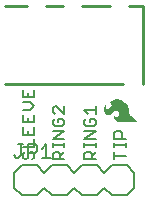
<source format=gbr>
G04 EAGLE Gerber RS-274X export*
G75*
%MOMM*%
%FSLAX34Y34*%
%LPD*%
%INSilkscreen Top*%
%IPPOS*%
%AMOC8*
5,1,8,0,0,1.08239X$1,22.5*%
G01*
%ADD10C,0.177800*%
%ADD11C,0.254000*%
%ADD12C,0.203200*%
%ADD13C,0.127000*%

G36*
X116820Y62107D02*
X116820Y62107D01*
X116824Y62105D01*
X116864Y62126D01*
X116906Y62143D01*
X116908Y62148D01*
X116912Y62150D01*
X116925Y62193D01*
X116941Y62235D01*
X116939Y62240D01*
X116941Y62244D01*
X116905Y62314D01*
X116900Y62324D01*
X116899Y62325D01*
X111417Y67197D01*
X110635Y68051D01*
X110046Y69041D01*
X109919Y69392D01*
X109854Y69760D01*
X109854Y72035D01*
X109852Y72040D01*
X109854Y72046D01*
X109730Y73410D01*
X109724Y73420D01*
X109726Y73432D01*
X109358Y74751D01*
X109350Y74759D01*
X109349Y74772D01*
X108749Y76002D01*
X108742Y76009D01*
X108739Y76020D01*
X107922Y77177D01*
X107914Y77182D01*
X107911Y77191D01*
X106939Y78222D01*
X106931Y78226D01*
X106928Y78232D01*
X106927Y78233D01*
X106926Y78234D01*
X105819Y79119D01*
X105809Y79121D01*
X105802Y79130D01*
X104121Y80077D01*
X104110Y80078D01*
X104100Y80086D01*
X102276Y80714D01*
X102265Y80713D01*
X102254Y80720D01*
X100347Y81008D01*
X100336Y81005D01*
X100324Y81010D01*
X98396Y80949D01*
X98387Y80945D01*
X98375Y80947D01*
X97336Y80740D01*
X97328Y80735D01*
X97318Y80735D01*
X96320Y80377D01*
X96313Y80371D01*
X96302Y80370D01*
X95368Y79868D01*
X95361Y79859D01*
X95349Y79856D01*
X94212Y78949D01*
X94206Y78938D01*
X94193Y78931D01*
X93272Y77805D01*
X93260Y77762D01*
X93244Y77721D01*
X93246Y77716D01*
X93245Y77710D01*
X93267Y77672D01*
X93285Y77632D01*
X93291Y77629D01*
X93293Y77625D01*
X93322Y77617D01*
X93370Y77599D01*
X94250Y77599D01*
X94371Y77583D01*
X94473Y77539D01*
X94813Y77265D01*
X95061Y76904D01*
X95126Y76730D01*
X95184Y76192D01*
X95086Y75662D01*
X94837Y75174D01*
X94186Y74272D01*
X93832Y73860D01*
X93422Y73509D01*
X92964Y73226D01*
X92470Y73020D01*
X92170Y72961D01*
X91867Y72973D01*
X91348Y73130D01*
X90888Y73416D01*
X90518Y73811D01*
X90263Y74292D01*
X90125Y74782D01*
X90067Y75293D01*
X90067Y75896D01*
X90067Y75897D01*
X90058Y75919D01*
X90029Y75987D01*
X89937Y76022D01*
X89927Y76018D01*
X89852Y75984D01*
X89849Y75982D01*
X89848Y75981D01*
X89847Y75980D01*
X89827Y75959D01*
X89825Y75955D01*
X89822Y75954D01*
X89821Y75950D01*
X89816Y75948D01*
X89478Y75513D01*
X89474Y75498D01*
X89462Y75486D01*
X89241Y74982D01*
X89241Y74981D01*
X89089Y74625D01*
X88988Y74397D01*
X88988Y74387D01*
X88981Y74377D01*
X88761Y73499D01*
X88763Y73490D01*
X88758Y73480D01*
X88672Y72580D01*
X88676Y72570D01*
X88672Y72558D01*
X88738Y71690D01*
X88744Y71679D01*
X88743Y71666D01*
X88974Y70826D01*
X88982Y70816D01*
X88983Y70803D01*
X89371Y70023D01*
X89379Y70016D01*
X89382Y70005D01*
X89942Y69228D01*
X89949Y69224D01*
X89953Y69215D01*
X90611Y68519D01*
X90622Y68514D01*
X90630Y68503D01*
X91233Y68072D01*
X91248Y68069D01*
X91261Y68057D01*
X91953Y67790D01*
X91969Y67790D01*
X91984Y67782D01*
X92721Y67695D01*
X92736Y67700D01*
X92753Y67696D01*
X93488Y67795D01*
X93501Y67803D01*
X93518Y67803D01*
X94206Y68083D01*
X94215Y68092D01*
X94229Y68095D01*
X95987Y69282D01*
X95993Y69290D01*
X96003Y69294D01*
X97544Y70747D01*
X97979Y71117D01*
X98482Y71357D01*
X99030Y71459D01*
X99586Y71416D01*
X100111Y71230D01*
X100571Y70915D01*
X100936Y70490D01*
X101229Y69947D01*
X101427Y69361D01*
X101524Y68751D01*
X101489Y68040D01*
X101282Y67362D01*
X100917Y66756D01*
X100589Y66443D01*
X100185Y66237D01*
X99769Y66144D01*
X99341Y66144D01*
X98926Y66237D01*
X98788Y66309D01*
X98674Y66427D01*
X98075Y67251D01*
X98004Y67384D01*
X97976Y67522D01*
X97992Y67680D01*
X97978Y67723D01*
X97967Y67768D01*
X97963Y67770D01*
X97962Y67774D01*
X97921Y67794D01*
X97882Y67817D01*
X97878Y67816D01*
X97874Y67818D01*
X97831Y67803D01*
X97787Y67790D01*
X97785Y67787D01*
X97781Y67786D01*
X97762Y67748D01*
X97741Y67712D01*
X97665Y67229D01*
X97667Y67224D01*
X97664Y67219D01*
X97591Y66279D01*
X97593Y66273D01*
X97591Y66267D01*
X97592Y66264D01*
X97591Y66259D01*
X97664Y65319D01*
X97669Y65309D01*
X97668Y65297D01*
X97852Y64598D01*
X97860Y64588D01*
X97861Y64574D01*
X98182Y63926D01*
X98191Y63918D01*
X98195Y63904D01*
X98640Y63334D01*
X98651Y63328D01*
X98657Y63316D01*
X99207Y62846D01*
X99219Y62842D01*
X99228Y62831D01*
X99960Y62430D01*
X99973Y62429D01*
X99984Y62420D01*
X100783Y62180D01*
X100796Y62181D01*
X100809Y62175D01*
X101640Y62105D01*
X101646Y62107D01*
X101651Y62105D01*
X116815Y62105D01*
X116820Y62107D01*
G37*
D10*
X54991Y30099D02*
X45331Y30099D01*
X45331Y34929D01*
X46941Y36539D01*
X50161Y36539D01*
X51771Y34929D01*
X51771Y30099D01*
X51771Y33319D02*
X54991Y36539D01*
X54991Y40624D02*
X54991Y43844D01*
X54991Y42234D02*
X45331Y42234D01*
X45331Y40624D02*
X45331Y43844D01*
X45331Y47640D02*
X54991Y47640D01*
X54991Y54080D02*
X45331Y47640D01*
X45331Y54080D02*
X54991Y54080D01*
X45331Y62995D02*
X46941Y64605D01*
X45331Y62995D02*
X45331Y59775D01*
X46941Y58165D01*
X53381Y58165D01*
X54991Y59775D01*
X54991Y62995D01*
X53381Y64605D01*
X50161Y64605D01*
X50161Y61385D01*
X54991Y68689D02*
X54991Y75129D01*
X54991Y68689D02*
X48551Y75129D01*
X46941Y75129D01*
X45331Y73519D01*
X45331Y70299D01*
X46941Y68689D01*
X97401Y33319D02*
X107061Y33319D01*
X97401Y30099D02*
X97401Y36539D01*
X107061Y40624D02*
X107061Y43844D01*
X107061Y42234D02*
X97401Y42234D01*
X97401Y40624D02*
X97401Y43844D01*
X97401Y47640D02*
X107061Y47640D01*
X97401Y47640D02*
X97401Y52470D01*
X99011Y54080D01*
X102231Y54080D01*
X103841Y52470D01*
X103841Y47640D01*
X21541Y36539D02*
X19931Y34929D01*
X19931Y31709D01*
X21541Y30099D01*
X23151Y30099D01*
X24761Y31709D01*
X24761Y34929D01*
X26371Y36539D01*
X27981Y36539D01*
X29591Y34929D01*
X29591Y31709D01*
X27981Y30099D01*
X29591Y40624D02*
X19931Y40624D01*
X29591Y40624D02*
X29591Y47064D01*
X19931Y51148D02*
X19931Y57588D01*
X19931Y51148D02*
X29591Y51148D01*
X29591Y57588D01*
X24761Y54368D02*
X24761Y51148D01*
X19931Y61673D02*
X19931Y68113D01*
X19931Y61673D02*
X29591Y61673D01*
X29591Y68113D01*
X24761Y64893D02*
X24761Y61673D01*
X26371Y72197D02*
X19931Y72197D01*
X26371Y72197D02*
X29591Y75417D01*
X26371Y78638D01*
X19931Y78638D01*
X19931Y82722D02*
X19931Y89162D01*
X19931Y82722D02*
X29591Y82722D01*
X29591Y89162D01*
X24761Y85942D02*
X24761Y82722D01*
X72001Y30099D02*
X81661Y30099D01*
X72001Y30099D02*
X72001Y34929D01*
X73611Y36539D01*
X76831Y36539D01*
X78441Y34929D01*
X78441Y30099D01*
X78441Y33319D02*
X81661Y36539D01*
X81661Y40624D02*
X81661Y43844D01*
X81661Y42234D02*
X72001Y42234D01*
X72001Y40624D02*
X72001Y43844D01*
X72001Y47640D02*
X81661Y47640D01*
X81661Y54080D02*
X72001Y47640D01*
X72001Y54080D02*
X81661Y54080D01*
X72001Y62995D02*
X73611Y64605D01*
X72001Y62995D02*
X72001Y59775D01*
X73611Y58165D01*
X80051Y58165D01*
X81661Y59775D01*
X81661Y62995D01*
X80051Y64605D01*
X76831Y64605D01*
X76831Y61385D01*
X75221Y68689D02*
X72001Y71909D01*
X81661Y71909D01*
X81661Y68689D02*
X81661Y75129D01*
D11*
X105000Y94000D02*
X5000Y94000D01*
X122000Y94000D02*
X122000Y160000D01*
X110000Y160000D01*
X94000Y160000D02*
X70000Y160000D01*
X54000Y160000D02*
X40000Y160000D01*
X24000Y160000D02*
X5000Y160000D01*
D12*
X95250Y25400D02*
X107950Y25400D01*
X114300Y19050D01*
X114300Y6350D02*
X107950Y0D01*
X69850Y25400D02*
X63500Y19050D01*
X69850Y25400D02*
X82550Y25400D01*
X88900Y19050D01*
X88900Y6350D02*
X82550Y0D01*
X69850Y0D01*
X63500Y6350D01*
X88900Y19050D02*
X95250Y25400D01*
X88900Y6350D02*
X95250Y0D01*
X107950Y0D01*
X31750Y25400D02*
X19050Y25400D01*
X31750Y25400D02*
X38100Y19050D01*
X38100Y6350D02*
X31750Y0D01*
X38100Y19050D02*
X44450Y25400D01*
X57150Y25400D01*
X63500Y19050D01*
X63500Y6350D02*
X57150Y0D01*
X44450Y0D01*
X38100Y6350D01*
X12700Y6350D02*
X12700Y19050D01*
X19050Y25400D01*
X12700Y6350D02*
X19050Y0D01*
X31750Y0D01*
X114300Y6350D02*
X114300Y19050D01*
D13*
X14480Y31623D02*
X12573Y33530D01*
X14480Y31623D02*
X16386Y31623D01*
X18293Y33530D01*
X18293Y43063D01*
X16386Y43063D02*
X20200Y43063D01*
X24267Y43063D02*
X24267Y31623D01*
X24267Y43063D02*
X29987Y43063D01*
X31893Y41156D01*
X31893Y37343D01*
X29987Y35436D01*
X24267Y35436D01*
X35961Y39250D02*
X39774Y43063D01*
X39774Y31623D01*
X35961Y31623D02*
X43587Y31623D01*
M02*

</source>
